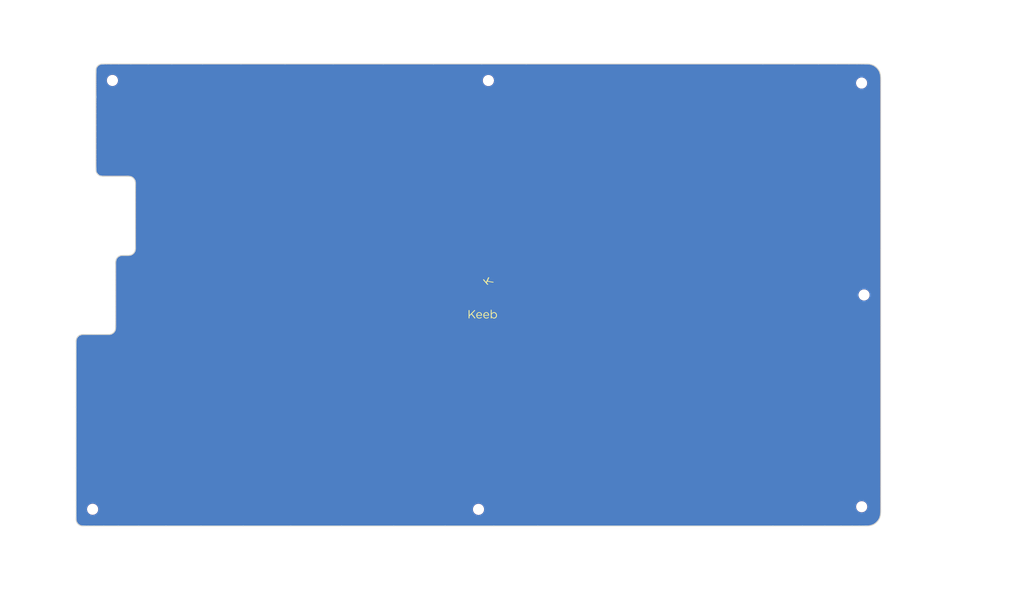
<source format=kicad_pcb>
(kicad_pcb (version 20221018) (generator pcbnew)
  (layers (0 "F.Cu" signal) (31 "B.Cu" signal) (34 "B.Paste" user) (35 "F.Paste" user) (36 "B.SilkS" user "B.Silkscreen") (37 "F.SilkS" user "F.Silkscreen") (38 "B.Mask" user) (39 "F.Mask" user) (44 "Edge.Cuts" user))
  (net 0 "")
  (footprint "Keebio-Art:Keebio-TwoTone" (layer "F.Cu") (at 123.143526 72.990229)
    (fp_text reference "G***" hide)
    (fp_text value "LOGO" hide)
  )
  (footprint "Mounting_Holes:MountingHole_2.2mm_M2" (layer "B.Cu") (at 123.143526 21.360229 180)
    (fp_text reference "REF**" hide)
    (fp_text value "MountingHole_2.2mm_M2" hide)
    (pad "" np_thru_hole circle (at 0 0 180) (size 2.2 2.2) (drill 2.2) (layers "*.Cu" "*.Mask"))
  )
  (footprint "Mounting_Holes:MountingHole_2.2mm_M2" (layer "B.Cu") (at 213.006026 21.970229 180)
    (fp_text reference "REF**" hide)
    (fp_text value "MountingHole_2.2mm_M2" hide)
    (pad "" np_thru_hole circle (at 0 0 180) (size 2.2 2.2) (drill 2.2) (layers "*.Cu" "*.Mask"))
  )
  (footprint "Mounting_Holes:MountingHole_2.2mm_M2" (layer "B.Cu") (at 32.621026 21.340229 180)
    (fp_text reference "REF**" hide)
    (fp_text value "MountingHole_2.2mm_M2" hide)
    (pad "" np_thru_hole circle (at 0 0 180) (size 2.2 2.2) (drill 2.2) (layers "*.Cu" "*.Mask"))
  )
  (footprint "Mounting_Holes:MountingHole_2.2mm_M2" (layer "B.Cu") (at 27.851026 124.590229 180)
    (fp_text reference "REF**" hide)
    (fp_text value "MountingHole_2.2mm_M2" hide)
    (pad "" np_thru_hole circle (at 0 0 180) (size 2.2 2.2) (drill 2.2) (layers "*.Cu" "*.Mask"))
  )
  (footprint "Mounting_Holes:MountingHole_2.2mm_M2" (layer "B.Cu") (at 120.763526 124.610229 180)
    (fp_text reference "REF**" hide)
    (fp_text value "MountingHole_2.2mm_M2" hide)
    (pad "" np_thru_hole circle (at 0 0 180) (size 2.2 2.2) (drill 2.2) (layers "*.Cu" "*.Mask"))
  )
  (footprint "Mounting_Holes:MountingHole_2.2mm_M2" (layer "B.Cu") (at 213.026026 123.980229 180)
    (fp_text reference "REF**" hide)
    (fp_text value "MountingHole_2.2mm_M2" hide)
    (pad "" np_thru_hole circle (at 0 0 180) (size 2.2 2.2) (drill 2.2) (layers "*.Cu" "*.Mask"))
  )
  (footprint "Mounting_Holes:MountingHole_2.2mm_M2" (layer "B.Cu") (at 213.596026 72.990229 180)
    (fp_text reference "REF**" hide)
    (fp_text value "MountingHole_2.2mm_M2" hide)
    (pad "" np_thru_hole circle (at 0 0 180) (size 2.2 2.2) (drill 2.2) (layers "*.Cu" "*.Mask"))
  )
  (gr_line (start 217.319714 126.727185) (end 217.202476 126.963714) (stroke (width 0.2)) (layer "Edge.Cuts"))
  (gr_line (start 33.494656 64.520758) (end 33.541127 64.399871) (stroke (width 0.2)) (layer "Edge.Cuts"))
  (gr_line (start 34.973531 63.465819) (end 35.069879 63.461712) (stroke (width 0.2)) (layer "Edge.Cuts"))
  (gr_line (start 31.183901 82.510229) (end 31.301614 82.510229) (stroke (width 0.2)) (layer "Edge.Cuts"))
  (gr_line (start 24.831551 128.47397) (end 24.712762 128.417286) (stroke (width 0.2)) (layer "Edge.Cuts"))
  (gr_line (start 36.243004 63.460229) (end 36.290492 63.460229) (stroke (width 0.2)) (layer "Edge.Cuts"))
  (gr_line (start 25.60338 82.510593) (end 25.678794 82.51023) (stroke (width 0.2)) (layer "Edge.Cuts"))
  (gr_line (start 32.745608 82.195211) (end 32.851325 82.10913) (stroke (width 0.2)) (layer "Edge.Cuts"))
  (gr_line (start 37.974301 45.268219) (end 37.907299 45.152685) (stroke (width 0.2)) (layer "Edge.Cuts"))
  (gr_line (start 33.393 80.881722) (end 33.395496 80.791159) (stroke (width 0.2)) (layer "Edge.Cuts"))
  (gr_line (start 29.014754 17.927496) (end 29.107792 17.827172) (stroke (width 0.2)) (layer "Edge.Cuts"))
  (gr_line (start 38.07205 45.508757) (end 38.029232 45.387451) (stroke (width 0.2)) (layer "Edge.Cuts"))
  (gr_line (start 37.078986 63.36782) (end 37.20011 63.323195) (stroke (width 0.2)) (layer "Edge.Cuts"))
  (gr_line (start 33.396033 80.566788) (end 33.396033 80.541725) (stroke (width 0.2)) (layer "Edge.Cuts"))
  (gr_line (start 33.396033 80.650804) (end 33.396033 80.602518) (stroke (width 0.2)) (layer "Edge.Cuts"))
  (gr_line (start 33.405059 64.987498) (end 33.416081 64.877832) (stroke (width 0.2)) (layer "Edge.Cuts"))
  (gr_line (start 25.191445 82.54462) (end 25.306473 82.528161) (stroke (width 0.2)) (layer "Edge.Cuts"))
  (gr_line (start 37.647017 63.028915) (end 37.743139 62.931434) (stroke (width 0.2)) (layer "Edge.Cuts"))
  (gr_line (start 23.871491 84.256308) (end 23.873174 84.169739) (stroke (width 0.2)) (layer "Edge.Cuts"))
  (gr_line (start 24.712762 128.417286) (end 24.597844 128.348677) (stroke (width 0.2)) (layer "Edge.Cuts"))
  (gr_line (start 37.743139 62.931434) (end 37.83067 62.826739) (stroke (width 0.2)) (layer "Edge.Cuts"))
  (gr_line (start 112.720084 128.610215) (end 100.343212 128.610215) (stroke (width 0.2)) (layer "Edge.Cuts"))
  (gr_line (start 217.60826 33.026879) (end 217.60826 38.472239) (stroke (width 0.2)) (layer "Edge.Cuts"))
  (gr_line (start 38.158512 53.250665) (end 38.158512 51.9287) (stroke (width 0.2)) (layer "Edge.Cuts"))
  (gr_line (start 30.640731 44.410229) (end 30.575684 44.410229) (stroke (width 0.2)) (layer "Edge.Cuts"))
  (gr_line (start 35.841026 44.410229) (end 35.643743 44.410229) (stroke (width 0.2)) (layer "Edge.Cuts"))
  (gr_line (start 31.022946 82.510229) (end 31.183901 82.510229) (stroke (width 0.2)) (layer "Edge.Cuts"))
  (gr_line (start 38.158512 58.28491) (end 38.158512 57.167447) (stroke (width 0.2)) (layer "Edge.Cuts"))
  (gr_line (start 32.51778 82.336349) (end 32.634035 82.271343) (stroke (width 0.2)) (layer "Edge.Cuts"))
  (gr_line (start 30.209186 44.404546) (end 30.10319 44.396072) (stroke (width 0.2)) (layer "Edge.Cuts"))
  (gr_line (start 33.940742 63.861329) (end 34.046458 63.775247) (stroke (width 0.2)) (layer "Edge.Cuts"))
  (gr_line (start 34.158032 63.699116) (end 34.274287 63.63411) (stroke (width 0.2)) (layer "Edge.Cuts"))
  (gr_line (start 32.271171 44.410229) (end 31.853149 44.410229) (stroke (width 0.2)) (layer "Edge.Cuts"))
  (gr_line (start 35.686919 63.460229) (end 35.754308 63.460229) (stroke (width 0.2)) (layer "Edge.Cuts"))
  (gr_line (start 28.633275 21.763597) (end 28.633275 21.252998) (stroke (width 0.2)) (layer "Edge.Cuts"))
  (gr_line (start 28.633275 25.758929) (end 28.633275 25.542096) (stroke (width 0.2)) (layer "Edge.Cuts"))
  (gr_line (start 217.412282 126.485359) (end 217.319714 126.727185) (stroke (width 0.2)) (layer "Edge.Cuts"))
  (gr_line (start 28.633275 26.102548) (end 28.633275 25.758929) (stroke (width 0.2)) (layer "Edge.Cuts"))
  (gr_line (start 217.608116 20.898723) (end 217.60826 21.036809) (stroke (width 0.2)) (layer "Edge.Cuts"))
  (gr_line (start 23.871503 126.865389) (end 23.87127 126.792252) (stroke (width 0.2)) (layer "Edge.Cuts"))
  (gr_line (start 30.8074 82.510229) (end 31.022946 82.510229) (stroke (width 0.2)) (layer "Edge.Cuts"))
  (gr_line (start 23.87127 126.792252) (end 23.87127 126.721063) (stroke (width 0.2)) (layer "Edge.Cuts"))
  (gr_line (start 191.667256 128.610215) (end 135.049016 128.610215) (stroke (width 0.2)) (layer "Edge.Cuts"))
  (gr_line (start 27.823337 82.510229) (end 28.305413 82.510229) (stroke (width 0.2)) (layer "Edge.Cuts"))
  (gr_line (start 28.930748 18.034594) (end 29.014754 17.927496) (stroke (width 0.2)) (layer "Edge.Cuts"))
  (gr_line (start 217.60826 62.013002) (end 217.60826 71.17637) (stroke (width 0.2)) (layer "Edge.Cuts"))
  (gr_line (start 28.633275 22.297147) (end 28.633275 21.763597) (stroke (width 0.2)) (layer "Edge.Cuts"))
  (gr_line (start 23.87127 84.533967) (end 23.87127 84.40078) (stroke (width 0.2)) (layer "Edge.Cuts"))
  (gr_line (start 23.925596 127.390515) (end 23.90261 127.271727) (stroke (width 0.2)) (layer "Edge.Cuts"))
  (gr_line (start 28.633275 25.328146) (end 28.633275 25.276556) (stroke (width 0.2)) (layer "Edge.Cuts"))
  (gr_line (start 38.104611 62.23865) (end 38.127466 62.119917) (stroke (width 0.2)) (layer "Edge.Cuts"))
  (gr_line (start 213.337991 128.610215) (end 212.400804 128.610215) (stroke (width 0.2)) (layer "Edge.Cuts"))
  (gr_line (start 217.60826 21.602283) (end 217.60826 22.382027) (stroke (width 0.2)) (layer "Edge.Cuts"))
  (gr_line (start 33.396571 65.179299) (end 33.399066 65.088737) (stroke (width 0.2)) (layer "Edge.Cuts"))
  (gr_line (start 28.633275 30.629954) (end 28.633275 29.314708) (stroke (width 0.2)) (layer "Edge.Cuts"))
  (gr_line (start 100.343212 128.610215) (end 87.797689 128.610215) (stroke (width 0.2)) (layer "Edge.Cuts"))
  (gr_line (start 36.006526 63.460229) (end 36.052303 63.460229) (stroke (width 0.2)) (layer "Edge.Cuts"))
  (gr_line (start 28.633275 42.476489) (end 28.633275 42.366865) (stroke (width 0.2)) (layer "Edge.Cuts"))
  (gr_line (start 29.393491 44.170236) (end 29.282 44.09394) (stroke (width 0.2)) (layer "Edge.Cuts"))
  (gr_line (start 23.873174 84.169739) (end 23.87785 84.071756) (stroke (width 0.2)) (layer "Edge.Cuts"))
  (gr_line (start 217.60826 124.877975) (end 217.608251 125.014604) (stroke (width 0.2)) (layer "Edge.Cuts"))
  (gr_line (start 26.040565 82.510229) (end 26.18608 82.510229) (stroke (width 0.2)) (layer "Edge.Cuts"))
  (gr_line (start 38.029232 45.387451) (end 37.974301 45.268219) (stroke (width 0.2)) (layer "Edge.Cuts"))
  (gr_line (start 28.634279 19.053654) (end 28.637653 18.959688) (stroke (width 0.2)) (layer "Edge.Cuts"))
  (gr_line (start 25.414971 82.518026) (end 25.514689 82.512681) (stroke (width 0.2)) (layer "Edge.Cuts"))
  (gr_line (start 217.53366 126.003006) (end 217.482576 126.242467) (stroke (width 0.2)) (layer "Edge.Cuts"))
  (gr_line (start 23.90261 127.271727) (end 23.887241 127.157572) (stroke (width 0.2)) (layer "Edge.Cuts"))
  (gr_line (start 26.972532 82.510229) (end 27.372738 82.510229) (stroke (width 0.2)) (layer "Edge.Cuts"))
  (gr_line (start 215.762628 17.665444) (end 215.998044 17.786507) (stroke (width 0.2)) (layer "Edge.Cuts"))
  (gr_line (start 36.426402 63.459866) (end 36.515093 63.457778) (stroke (width 0.2)) (layer "Edge.Cuts"))
  (gr_line (start 33.599938 64.281661) (end 33.670479 64.167527) (stroke (width 0.2)) (layer "Edge.Cuts"))
  (gr_line (start 217.60826 38.472239) (end 217.60826 45.30743) (stroke (width 0.2)) (layer "Edge.Cuts"))
  (gr_line (start 217.556678 20.109751) (end 217.583286 20.334245) (stroke (width 0.2)) (layer "Edge.Cuts"))
  (gr_line (start 38.158512 51.9287) (end 38.158512 50.684429) (stroke (width 0.2)) (layer "Edge.Cuts"))
  (gr_line (start 38.158512 46.482159) (end 38.158512 46.366354) (stroke (width 0.2)) (layer "Edge.Cuts"))
  (gr_line (start 217.60826 21.214055) (end 217.60826 21.602283) (stroke (width 0.2)) (layer "Edge.Cuts"))
  (gr_line (start 28.642172 42.881308) (end 28.636246 42.780219) (stroke (width 0.2)) (layer "Edge.Cuts"))
  (gr_line (start 24.200408 127.978409) (end 24.122483 127.867759) (stroke (width 0.2)) (layer "Edge.Cuts"))
  (gr_line (start 202.619438 17.360222) (end 206.919113 17.360222) (stroke (width 0.2)) (layer "Edge.Cuts"))
  (gr_line (start 33.716479 44.410229) (end 33.221753 44.410229) (stroke (width 0.2)) (layer "Edge.Cuts"))
  (gr_line (start 33.121587 81.802932) (end 33.192129 81.688798) (stroke (width 0.2)) (layer "Edge.Cuts"))
  (gr_line (start 217.60826 45.30743) (end 217.60826 53.272186) (stroke (width 0.2)) (layer "Edge.Cuts"))
  (gr_line (start 23.877955 127.050298) (end 23.87322 126.952154) (stroke (width 0.2)) (layer "Edge.Cuts"))
  (gr_line (start 36.425116 44.410578) (end 36.349927 44.41023) (stroke (width 0.2)) (layer "Edge.Cuts"))
  (gr_line (start 214.093843 128.609941) (end 213.951963 128.610215) (stroke (width 0.2)) (layer "Edge.Cuts"))
  (gr_line (start 33.396033 80.510312) (end 33.396033 80.51003) (stroke (width 0.2)) (layer "Edge.Cuts"))
  (gr_line (start 37.645453 44.840084) (end 37.541808 44.751134) (stroke (width 0.2)) (layer "Edge.Cuts"))
  (gr_line (start 29.282 44.09394) (end 29.176384 44.007712) (stroke (width 0.2)) (layer "Edge.Cuts"))
  (gr_line (start 30.170171 82.510229) (end 30.525915 82.510229) (stroke (width 0.2)) (layer "Edge.Cuts"))
  (gr_line (start 34.51546 63.54045) (end 34.636382 63.509996) (stroke (width 0.2)) (layer "Edge.Cuts"))
  (gr_line (start 38.158512 60.51471) (end 38.158512 59.958307) (stroke (width 0.2)) (layer "Edge.Cuts"))
  (gr_line (start 215.998044 17.786507) (end 216.224977 17.930701) (stroke (width 0.2)) (layer "Edge.Cuts"))
  (gr_line (start 24.384329 128.18036) (end 24.288082 128.083001) (stroke (width 0.2)) (layer "Edge.Cuts"))
  (gr_line (start 33.396033 66.761192) (end 33.396033 66.257522) (stroke (width 0.2)) (layer "Edge.Cuts"))
  (gr_line (start 23.87127 93.392682) (end 23.87127 90.769019) (stroke (width 0.2)) (layer "Edge.Cuts"))
  (gr_line (start 31.498505 44.410229) (end 31.218113 44.410229) (stroke (width 0.2)) (layer "Edge.Cuts"))
  (gr_line (start 35.623019 63.460229) (end 35.686919 63.460229) (stroke (width 0.2)) (layer "Edge.Cuts"))
  (gr_line (start 217.457573 19.633251) (end 217.515796 19.874587) (stroke (width 0.2)) (layer "Edge.Cuts"))
  (gr_line (start 33.387008 80.98296) (end 33.393 80.881722) (stroke (width 0.2)) (layer "Edge.Cuts"))
  (gr_line (start 29.989962 44.381754) (end 29.871749 44.360059) (stroke (width 0.2)) (layer "Edge.Cuts"))
  (gr_line (start 34.13419 17.360222) (end 37.050914 17.360222) (stroke (width 0.2)) (layer "Edge.Cuts"))
  (gr_line (start 29.429351 17.578596) (end 29.54677 17.517119) (stroke (width 0.2)) (layer "Edge.Cuts"))
  (gr_line (start 25.072137 82.568935) (end 25.191445 82.54462) (stroke (width 0.2)) (layer "Edge.Cuts"))
  (gr_line (start 36.614812 63.452433) (end 36.723309 63.442297) (stroke (width 0.2)) (layer "Edge.Cuts"))
  (gr_line (start 35.359979 63.460229) (end 35.38956 63.460229) (stroke (width 0.2)) (layer "Edge.Cuts"))
  (gr_line (start 38.158512 47.348328) (end 38.158512 46.945491) (stroke (width 0.2)) (layer "Edge.Cuts"))
  (gr_line (start 121.53863 17.360222) (end 132.259612 17.360222) (stroke (width 0.2)) (layer "Edge.Cuts"))
  (gr_line (start 198.765779 128.610215) (end 191.667256 128.610215) (stroke (width 0.2)) (layer "Edge.Cuts"))
  (gr_line (start 38.158512 48.63462) (end 38.158512 47.902153) (stroke (width 0.2)) (layer "Edge.Cuts"))
  (gr_line (start 97.833915 17.360222) (end 109.908927 17.360222) (stroke (width 0.2)) (layer "Edge.Cuts"))
  (gr_line (start 23.925171 83.731809) (end 23.957152 83.610658) (stroke (width 0.2)) (layer "Edge.Cuts"))
  (gr_line (start 33.396033 79.849222) (end 33.396033 79.405878) (stroke (width 0.2)) (layer "Edge.Cuts"))
  (gr_line (start 53.946379 128.610215) (end 45.511028 128.610215) (stroke (width 0.2)) (layer "Edge.Cuts"))
  (gr_line (start 33.396033 65.389743) (end 33.396033 65.321249) (stroke (width 0.2)) (layer "Edge.Cuts"))
  (gr_line (start 31.173278 17.360222) (end 32.252843 17.360222) (stroke (width 0.2)) (layer "Edge.Cuts"))
  (gr_line (start 215.521375 17.569118) (end 215.762628 17.665444) (stroke (width 0.2)) (layer "Edge.Cuts"))
  (gr_line (start 217.276864 19.150042) (end 217.378943 19.39024) (stroke (width 0.2)) (layer "Edge.Cuts"))
  (gr_line (start 216.224977 17.930701) (end 216.441078 18.095678) (stroke (width 0.2)) (layer "Edge.Cuts"))
  (gr_line (start 28.633275 32.073352) (end 28.633275 30.629954) (stroke (width 0.2)) (layer "Edge.Cuts"))
  (gr_line (start 38.158512 61.200913) (end 38.158512 60.919694) (stroke (width 0.2)) (layer "Edge.Cuts"))
  (gr_line (start 214.26341 128.607172) (end 214.093843 128.609941) (stroke (width 0.2)) (layer "Edge.Cuts"))
  (gr_line (start 37.829374 45.042035) (end 37.7417 44.937443) (stroke (width 0.2)) (layer "Edge.Cuts"))
  (gr_line (start 28.74446 18.384702) (end 28.794534 18.264415) (stroke (width 0.2)) (layer "Edge.Cuts"))
  (gr_line (start 28.657789 18.743977) (end 28.677618 18.626731) (stroke (width 0.2)) (layer "Edge.Cuts"))
  (gr_line (start 33.395496 80.791159) (end 33.396028 80.713523) (stroke (width 0.2)) (layer "Edge.Cuts"))
  (gr_line (start 33.396033 75.839483) (end 33.396033 74.564039) (stroke (width 0.2)) (layer "Edge.Cuts"))
  (gr_line (start 23.87127 84.40078) (end 23.87127 84.329215) (stroke (width 0.2)) (layer "Edge.Cuts"))
  (gr_line (start 28.794534 18.264415) (end 28.85695 18.147292) (stroke (width 0.2)) (layer "Edge.Cuts"))
  (gr_line (start 30.843284 44.410229) (end 30.726148 44.410229) (stroke (width 0.2)) (layer "Edge.Cuts"))
  (gr_line (start 33.842056 63.956186) (end 33.940742 63.861329) (stroke (width 0.2)) (layer "Edge.Cuts"))
  (gr_line (start 33.33272 81.328246) (end 33.3584 81.208471) (stroke (width 0.2)) (layer "Edge.Cuts"))
  (gr_line (start 33.396033 65.489963) (end 33.396033 65.389743) (stroke (width 0.2)) (layer "Edge.Cuts"))
  (gr_line (start 30.519658 44.410229) (end 30.461302 44.410229) (stroke (width 0.2)) (layer "Edge.Cuts"))
  (gr_line (start 34.636382 63.509996) (end 34.754534 63.488428) (stroke (width 0.2)) (layer "Edge.Cuts"))
  (gr_line (start 25.308224 128.592486) (end 25.193281 128.576138) (stroke (width 0.2)) (layer "Edge.Cuts"))
  (gr_line (start 23.87127 96.518606) (end 23.87127 93.392682) (stroke (width 0.2)) (layer "Edge.Cuts"))
  (gr_line (start 33.396033 67.434863) (end 33.396033 66.761192) (stroke (width 0.2)) (layer "Edge.Cuts"))
  (gr_line (start 217.60826 23.733823) (end 217.60826 25.838207) (stroke (width 0.2)) (layer "Edge.Cuts"))
  (gr_line (start 213.653035 17.360222) (end 213.897759 17.360222) (stroke (width 0.2)) (layer "Edge.Cuts"))
  (gr_line (start 28.633275 19.390879) (end 28.633275 19.318573) (stroke (width 0.2)) (layer "Edge.Cuts"))
  (gr_line (start 29.509682 44.235425) (end 29.393491 44.170236) (stroke (width 0.2)) (layer "Edge.Cuts"))
  (gr_line (start 33.670479 64.167527) (end 33.751577 64.058644) (stroke (width 0.2)) (layer "Edge.Cuts"))
  (gr_line (start 35.516118 63.460229) (end 35.565216 63.460229) (stroke (width 0.2)) (layer "Edge.Cuts"))
  (gr_line (start 23.87127 126.721063) (end 23.87127 126.589408) (stroke (width 0.2)) (layer "Edge.Cuts"))
  (gr_line (start 33.396033 80.453833) (end 33.396033 80.347435) (stroke (width 0.2)) (layer "Edge.Cuts"))
  (gr_line (start 214.194133 17.361691) (end 214.378531 17.367481) (stroke (width 0.2)) (layer "Edge.Cuts"))
  (gr_line (start 28.633275 25.542096) (end 28.633275 25.42286) (stroke (width 0.2)) (layer "Edge.Cuts"))
  (gr_line (start 35.225037 63.460229) (end 35.280914 63.460229) (stroke (width 0.2)) (layer "Edge.Cuts"))
  (gr_line (start 36.17198 44.410229) (end 36.093796 44.410229) (stroke (width 0.2)) (layer "Edge.Cuts"))
  (gr_line (start 24.487974 128.26931) (end 24.384329 128.18036) (stroke (width 0.2)) (layer "Edge.Cuts"))
  (gr_line (start 30.3057 44.408708) (end 30.209186 44.404546) (stroke (width 0.2)) (layer "Edge.Cuts"))
  (gr_line (start 28.633275 33.586529) (end 28.633275 32.073352) (stroke (width 0.2)) (layer "Edge.Cuts"))
  (gr_line (start 213.951963 128.610215) (end 213.773831 128.610215) (stroke (width 0.2)) (layer "Edge.Cuts"))
  (gr_line (start 28.633275 25.276556) (end 28.633275 25.187412) (stroke (width 0.2)) (layer "Edge.Cuts"))
  (gr_line (start 24.829672 82.647264) (end 24.950796 82.602638) (stroke (width 0.2)) (layer "Edge.Cuts"))
  (gr_line (start 26.382463 82.510229) (end 26.641061 82.510229) (stroke (width 0.2)) (layer "Edge.Cuts"))
  (gr_line (start 29.90909 17.402728) (end 30.025987 17.383503) (stroke (width 0.2)) (layer "Edge.Cuts"))
  (gr_line (start 30.025987 17.383503) (end 30.137197 17.371176) (stroke (width 0.2)) (layer "Edge.Cuts"))
  (gr_line (start 217.60826 25.838207) (end 217.60826 28.875714) (stroke (width 0.2)) (layer "Edge.Cuts"))
  (gr_line (start 36.957645 63.401524) (end 37.078986 63.36782) (stroke (width 0.2)) (layer "Edge.Cuts"))
  (gr_line (start 33.25094 81.570588) (end 33.297411 81.449701) (stroke (width 0.2)) (layer "Edge.Cuts"))
  (gr_line (start 38.158512 46.945491) (end 38.158512 46.665986) (stroke (width 0.2)) (layer "Edge.Cuts"))
  (gr_line (start 24.596085 82.772928) (end 24.710934 82.704141) (stroke (width 0.2)) (layer "Edge.Cuts"))
  (gr_line (start 217.000893 18.691798) (end 217.150169 18.916404) (stroke (width 0.2)) (layer "Edge.Cuts"))
  (gr_line (start 217.60826 28.875714) (end 217.60826 33.026879) (stroke (width 0.2)) (layer "Edge.Cuts"))
  (gr_line (start 33.396033 78.798691) (end 33.396033 78.001896) (stroke (width 0.2)) (layer "Edge.Cuts"))
  (gr_line (start 38.158291 61.71415) (end 38.158512 61.641244) (stroke (width 0.2)) (layer "Edge.Cuts"))
  (gr_line (start 29.54677 17.517119) (end 29.667233 17.468004) (stroke (width 0.2)) (layer "Edge.Cuts"))
  (gr_line (start 36.174274 63.460229) (end 36.20533 63.460229) (stroke (width 0.2)) (layer "Edge.Cuts"))
  (gr_line (start 64.119557 128.610215) (end 53.946379 128.610215) (stroke (width 0.2)) (layer "Edge.Cuts"))
  (gr_line (start 28.633275 23.83007) (end 28.633275 23.350926) (stroke (width 0.2)) (layer "Edge.Cuts"))
  (gr_line (start 37.908433 62.716003) (end 37.975255 62.600402) (stroke (width 0.2)) (layer "Edge.Cuts"))
  (gr_line (start 37.198231 44.546475) (end 37.077086 44.502032) (stroke (width 0.2)) (layer "Edge.Cuts"))
  (gr_line (start 38.158512 59.958307) (end 38.158512 59.222829) (stroke (width 0.2)) (layer "Edge.Cuts"))
  (gr_line (start 38.158512 54.598797) (end 38.158512 53.250665) (stroke (width 0.2)) (layer "Edge.Cuts"))
  (gr_line (start 217.60826 71.17637) (end 217.60826 80.408783) (stroke (width 0.2)) (layer "Edge.Cuts"))
  (gr_line (start 28.633275 20.785891) (end 28.633275 20.38282) (stroke (width 0.2)) (layer "Edge.Cuts"))
  (gr_line (start 37.431938 44.671767) (end 37.31702 44.603158) (stroke (width 0.2)) (layer "Edge.Cuts"))
  (gr_line (start 28.636246 42.780219) (end 28.633793 42.689841) (stroke (width 0.2)) (layer "Edge.Cuts"))
  (gr_line (start 24.952696 128.518413) (end 24.831551 128.47397) (stroke (width 0.2)) (layer "Edge.Cuts"))
  (gr_line (start 25.604666 128.609866) (end 25.516166 128.607817) (stroke (width 0.2)) (layer "Edge.Cuts"))
  (gr_line (start 31.722187 82.508747) (end 31.818535 82.50464) (stroke (width 0.2)) (layer "Edge.Cuts"))
  (gr_line (start 35.822573 63.460229) (end 35.889105 63.460229) (stroke (width 0.2)) (layer "Edge.Cuts"))
  (gr_line (start 33.396033 77.002611) (end 33.396033 75.839483) (stroke (width 0.2)) (layer "Edge.Cuts"))
  (gr_line (start 38.158512 61.578533) (end 38.158512 61.502678) (stroke (width 0.2)) (layer "Edge.Cuts"))
  (gr_line (start 23.87127 125.84885) (end 23.87127 125.092024) (stroke (width 0.2)) (layer "Edge.Cuts"))
  (gr_line (start 32.950011 82.014273) (end 33.04049 81.911815) (stroke (width 0.2)) (layer "Edge.Cuts"))
  (gr_line (start 33.396033 74.564039) (end 33.396033 73.227808) (stroke (width 0.2)) (layer "Edge.Cuts"))
  (gr_line (start 23.87127 84.329215) (end 23.871491 84.256308) (stroke (width 0.2)) (layer "Edge.Cuts"))
  (gr_line (start 28.63328 42.612424) (end 28.633275 42.548017) (stroke (width 0.2)) (layer "Edge.Cuts"))
  (gr_line (start 23.999791 83.489336) (end 24.054527 83.370057) (stroke (width 0.2)) (layer "Edge.Cuts"))
  (gr_line (start 36.513616 44.412627) (end 36.425116 44.410578) (stroke (width 0.2)) (layer "Edge.Cuts"))
  (gr_line (start 23.87127 90.769019) (end 23.87127 88.7129) (stroke (width 0.2)) (layer "Edge.Cuts"))
  (gr_line (start 29.316265 17.651547) (end 29.429351 17.578596) (stroke (width 0.2)) (layer "Edge.Cuts"))
  (gr_line (start 216.31081 127.977636) (end 216.087829 128.130228) (stroke (width 0.2)) (layer "Edge.Cuts"))
  (gr_line (start 23.87785 84.071756) (end 23.887053 83.964607) (stroke (width 0.2)) (layer "Edge.Cuts"))
  (gr_line (start 25.740201 82.510229) (end 25.795735 82.510229) (stroke (width 0.2)) (layer "Edge.Cuts"))
  (gr_line (start 38.158512 46.665986) (end 38.158512 46.482159) (stroke (width 0.2)) (layer "Edge.Cuts"))
  (gr_line (start 35.416768 63.460229) (end 35.4448 63.460229) (stroke (width 0.2)) (layer "Edge.Cuts"))
  (gr_line (start 25.768212 128.610215) (end 25.679855 128.610214) (stroke (width 0.2)) (layer "Edge.Cuts"))
  (gr_line (start 28.633275 20.059837) (end 28.633275 19.811313) (stroke (width 0.2)) (layer "Edge.Cuts"))
  (gr_line (start 217.60826 89.356732) (end 217.60826 97.666711) (stroke (width 0.2)) (layer "Edge.Cuts"))
  (gr_line (start 217.598684 20.54357) (end 217.605939 20.733228) (stroke (width 0.2)) (layer "Edge.Cuts"))
  (gr_line (start 214.583651 17.380695) (end 214.804993 17.404401) (stroke (width 0.2)) (layer "Edge.Cuts"))
  (gr_line (start 33.297411 81.449701) (end 33.33272 81.328246) (stroke (width 0.2)) (layer "Edge.Cuts"))
  (gr_line (start 38.158512 61.386023) (end 38.158512 61.200913) (stroke (width 0.2)) (layer "Edge.Cuts"))
  (gr_line (start 210.718628 128.610215) (end 208.047825 128.610215) (stroke (width 0.2)) (layer "Edge.Cuts"))
  (gr_line (start 36.290492 63.460229) (end 36.350988 63.460229) (stroke (width 0.2)) (layer "Edge.Cuts"))
  (gr_line (start 217.061741 127.192127) (end 216.899858 127.410076) (stroke (width 0.2)) (layer "Edge.Cuts"))
  (gr_line (start 217.378943 19.39024) (end 217.457573 19.633251) (stroke (width 0.2)) (layer "Edge.Cuts"))
  (gr_line (start 30.575684 44.410229) (end 30.519658 44.410229) (stroke (width 0.2)) (layer "Edge.Cuts"))
  (gr_line (start 33.396033 80.541725) (end 33.396033 80.525437) (stroke (width 0.2)) (layer "Edge.Cuts"))
  (gr_line (start 28.677618 18.626731) (end 28.705997 18.506223) (stroke (width 0.2)) (layer "Edge.Cuts"))
  (gr_line (start 30.461302 44.410229) (end 30.390484 44.410092) (stroke (width 0.2)) (layer "Edge.Cuts"))
  (gr_line (start 54.349001 17.360222) (end 63.571136 17.360222) (stroke (width 0.2)) (layer "Edge.Cuts"))
  (gr_line (start 41.236614 17.360222) (end 46.924885 17.360222) (stroke (width 0.2)) (layer "Edge.Cuts"))
  (gr_line (start 23.87127 87.162174) (end 23.87127 86.04288) (stroke (width 0.2)) (layer "Edge.Cuts"))
  (gr_line (start 215.038059 17.441662) (end 215.278352 17.495546) (stroke (width 0.2)) (layer "Edge.Cuts"))
  (gr_line (start 23.887241 127.157572) (end 23.877955 127.050298) (stroke (width 0.2)) (layer "Edge.Cuts"))
  (gr_line (start 30.240471 17.364214) (end 30.333561 17.361085) (stroke (width 0.2)) (layer "Edge.Cuts"))
  (gr_line (start 217.605939 20.733228) (end 217.608116 20.898723) (stroke (width 0.2)) (layer "Edge.Cuts"))
  (gr_line (start 24.054527 83.370057) (end 24.121349 83.254456) (stroke (width 0.2)) (layer "Edge.Cuts"))
  (gr_line (start 38.158512 61.641244) (end 38.158512 61.578533) (stroke (width 0.2)) (layer "Edge.Cuts"))
  (gr_line (start 34.650212 44.410229) (end 34.198938 44.410229) (stroke (width 0.2)) (layer "Edge.Cuts"))
  (gr_line (start 124.44859 128.610215) (end 112.720084 128.610215) (stroke (width 0.2)) (layer "Edge.Cuts"))
  (gr_line (start 29.750802 44.329454) (end 29.629369 44.288406) (stroke (width 0.2)) (layer "Edge.Cuts"))
  (gr_line (start 36.08885 63.460229) (end 36.11923 63.460229) (stroke (width 0.2)) (layer "Edge.Cuts"))
  (gr_line (start 28.633275 25.359746) (end 28.633275 25.352452) (stroke (width 0.2)) (layer "Edge.Cuts"))
  (gr_line (start 33.396033 66.257522) (end 33.396033 65.896197) (stroke (width 0.2)) (layer "Edge.Cuts"))
  (gr_line (start 34.037746 128.610215) (end 30.534345 128.610215) (stroke (width 0.2)) (layer "Edge.Cuts"))
  (gr_line (start 35.754308 63.460229) (end 35.822573 63.460229) (stroke (width 0.2)) (layer "Edge.Cuts"))
  (gr_line (start 33.192129 81.688798) (end 33.25094 81.570588) (stroke (width 0.2)) (layer "Edge.Cuts"))
  (gr_line (start 206.919113 17.360222) (end 209.936823 17.360222) (stroke (width 0.2)) (layer "Edge.Cuts"))
  (gr_line (start 28.633275 41.498633) (end 28.633275 40.925839) (stroke (width 0.2)) (layer "Edge.Cuts"))
  (gr_line (start 217.60826 124.639802) (end 217.60826 124.877975) (stroke (width 0.2)) (layer "Edge.Cuts"))
  (gr_line (start 26.641061 82.510229) (end 26.972532 82.510229) (stroke (width 0.2)) (layer "Edge.Cuts"))
  (gr_line (start 34.198938 44.410229) (end 33.716479 44.410229) (stroke (width 0.2)) (layer "Edge.Cuts"))
  (gr_line (start 37.7417 44.937443) (end 37.645453 44.840084) (stroke (width 0.2)) (layer "Edge.Cuts"))
  (gr_line (start 217.60826 97.666711) (end 217.60826 104.985212) (stroke (width 0.2)) (layer "Edge.Cuts"))
  (gr_line (start 31.218113 44.410229) (end 31.003489 44.410229) (stroke (width 0.2)) (layer "Edge.Cuts"))
  (gr_line (start 217.60826 115.615681) (end 217.60826 119.066724) (stroke (width 0.2)) (layer "Edge.Cuts"))
  (gr_line (start 38.158512 47.902153) (end 38.158512 47.348328) (stroke (width 0.2)) (layer "Edge.Cuts"))
  (gr_line (start 216.831386 18.478576) (end 217.000893 18.691798) (stroke (width 0.2)) (layer "Edge.Cuts"))
  (gr_line (start 30.661897 17.360222) (end 31.173278 17.360222) (stroke (width 0.2)) (layer "Edge.Cuts"))
  (gr_line (start 35.38406 44.410229) (end 35.051386 44.410229) (stroke (width 0.2)) (layer "Edge.Cuts"))
  (gr_line (start 23.87127 100.003759) (end 23.87127 96.518606) (stroke (width 0.2)) (layer "Edge.Cuts"))
  (gr_line (start 36.723309 63.442297) (end 36.838337 63.425839) (stroke (width 0.2)) (layer "Edge.Cuts"))
  (gr_line (start 216.719175 127.61521) (end 216.522042 127.80518) (stroke (width 0.2)) (layer "Edge.Cuts"))
  (gr_line (start 28.777548 43.468715) (end 28.731264 43.347802) (stroke (width 0.2)) (layer "Edge.Cuts"))
  (gr_line (start 33.396033 65.896197) (end 33.396033 65.649562) (stroke (width 0.2)) (layer "Edge.Cuts"))
  (gr_line (start 23.87127 103.703998) (end 23.87127 100.003759) (stroke (width 0.2)) (layer "Edge.Cuts"))
  (gr_line (start 213.773831 128.610215) (end 213.337991 128.610215) (stroke (width 0.2)) (layer "Edge.Cuts"))
  (gr_line (start 33.396033 68.305576) (end 33.396033 67.434863) (stroke (width 0.2)) (layer "Edge.Cuts"))
  (gr_line (start 217.602318 125.350193) (end 217.590466 125.552372) (stroke (width 0.2)) (layer "Edge.Cuts"))
  (gr_line (start 28.644979 18.855713) (end 28.657789 18.743977) (stroke (width 0.2)) (layer "Edge.Cuts"))
  (gr_line (start 28.633275 22.833104) (end 28.633275 22.297147) (stroke (width 0.2)) (layer "Edge.Cuts"))
  (gr_line (start 28.633275 19.318573) (end 28.633275 19.259916) (stroke (width 0.2)) (layer "Edge.Cuts"))
  (gr_line (start 32.276607 82.430009) (end 32.39805 82.389136) (stroke (width 0.2)) (layer "Edge.Cuts"))
  (gr_line (start 33.396033 78.001896) (end 33.396033 77.002611) (stroke (width 0.2)) (layer "Edge.Cuts"))
  (gr_line (start 28.705997 18.506223) (end 28.74446 18.384702) (stroke (width 0.2)) (layer "Edge.Cuts"))
  (gr_line (start 37.543478 63.118005) (end 37.647017 63.028915) (stroke (width 0.2)) (layer "Edge.Cuts"))
  (gr_line (start 217.60826 80.408783) (end 217.60826 89.356732) (stroke (width 0.2)) (layer "Edge.Cuts"))
  (gr_line (start 35.476851 63.460229) (end 35.516118 63.460229) (stroke (width 0.2)) (layer "Edge.Cuts"))
  (gr_line (start 38.142729 62.005851) (end 38.151932 61.898703) (stroke (width 0.2)) (layer "Edge.Cuts"))
  (gr_line (start 24.122483 127.867759) (end 24.055481 127.752225) (stroke (width 0.2)) (layer "Edge.Cuts"))
  (gr_line (start 189.233461 17.360222) (end 196.80231 17.360222) (stroke (width 0.2)) (layer "Edge.Cuts"))
  (gr_line (start 35.951293 63.460229) (end 36.006526 63.460229) (stroke (width 0.2)) (layer "Edge.Cuts"))
  (gr_line (start 25.516166 128.607817) (end 25.416602 128.602535) (stroke (width 0.2)) (layer "Edge.Cuts"))
  (gr_line (start 28.633275 25.352452) (end 28.633275 25.328146) (stroke (width 0.2)) (layer "Edge.Cuts"))
  (gr_line (start 209.936823 17.360222) (end 211.908055 17.360222) (stroke (width 0.2)) (layer "Edge.Cuts"))
  (gr_line (start 30.726148 44.410229) (end 30.640731 44.410229) (stroke (width 0.2)) (layer "Edge.Cuts"))
  (gr_line (start 38.127466 62.119917) (end 38.142729 62.005851) (stroke (width 0.2)) (layer "Edge.Cuts"))
  (gr_line (start 33.459347 64.642213) (end 33.494656 64.520758) (stroke (width 0.2)) (layer "Edge.Cuts"))
  (gr_line (start 24.199112 83.14372) (end 24.286643 83.039025) (stroke (width 0.2)) (layer "Edge.Cuts"))
  (gr_line (start 37.31702 44.603158) (end 37.198231 44.546475) (stroke (width 0.2)) (layer "Edge.Cuts"))
  (gr_line (start 23.87127 88.7129) (end 23.87127 87.162174) (stroke (width 0.2)) (layer "Edge.Cuts"))
  (gr_line (start 28.633275 35.111106) (end 28.633275 33.586529) (stroke (width 0.2)) (layer "Edge.Cuts"))
  (gr_line (start 28.653104 42.99086) (end 28.642172 42.881308) (stroke (width 0.2)) (layer "Edge.Cuts"))
  (gr_line (start 33.396033 80.516032) (end 33.396033 80.511621) (stroke (width 0.2)) (layer "Edge.Cuts"))
  (gr_line (start 214.66843 128.5819) (end 214.456438 128.598847) (stroke (width 0.2)) (layer "Edge.Cuts"))
  (gr_line (start 29.751344 82.510229) (end 30.170171 82.510229) (stroke (width 0.2)) (layer "Edge.Cuts"))
  (gr_line (start 33.396033 73.227808) (end 33.396033 71.882318) (stroke (width 0.2)) (layer "Edge.Cuts"))
  (gr_line (start 24.055481 127.752225) (end 24.00055 127.632993) (stroke (width 0.2)) (layer "Edge.Cuts"))
  (gr_line (start 38.158512 59.222829) (end 38.158512 58.28491) (stroke (width 0.2)) (layer "Edge.Cuts"))
  (gr_line (start 24.288082 128.083001) (end 24.200408 127.978409) (stroke (width 0.2)) (layer "Edge.Cuts"))
  (gr_line (start 217.515796 19.874587) (end 217.556678 20.109751) (stroke (width 0.2)) (layer "Edge.Cuts"))
  (gr_line (start 216.643998 18.279086) (end 216.831386 18.478576) (stroke (width 0.2)) (layer "Edge.Cuts"))
  (gr_line (start 24.121349 83.254456) (end 24.199112 83.14372) (stroke (width 0.2)) (layer "Edge.Cuts"))
  (gr_line (start 36.233165 44.410229) (end 36.17198 44.410229) (stroke (width 0.2)) (layer "Edge.Cuts"))
  (gr_line (start 32.851325 82.10913) (end 32.950011 82.014273) (stroke (width 0.2)) (layer "Edge.Cuts"))
  (gr_line (start 23.902316 83.850542) (end 23.925171 83.731809) (stroke (width 0.2)) (layer "Edge.Cuts"))
  (gr_line (start 29.629369 44.288406) (end 29.509682 44.235425) (stroke (width 0.2)) (layer "Edge.Cuts"))
  (gr_line (start 34.394017 63.581323) (end 34.51546 63.54045) (stroke (width 0.2)) (layer "Edge.Cuts"))
  (gr_line (start 36.836501 44.444306) (end 36.721558 44.427958) (stroke (width 0.2)) (layer "Edge.Cuts"))
  (gr_line (start 33.399066 65.088737) (end 33.405059 64.987498) (stroke (width 0.2)) (layer "Edge.Cuts"))
  (gr_line (start 30.333561 17.361085) (end 30.414217 17.360254) (stroke (width 0.2)) (layer "Edge.Cuts"))
  (gr_line (start 38.94939 128.610215) (end 34.037746 128.610215) (stroke (width 0.2)) (layer "Edge.Cuts"))
  (gr_line (start 37.907299 45.152685) (end 37.829374 45.042035) (stroke (width 0.2)) (layer "Edge.Cuts"))
  (gr_line (start 23.957732 127.511687) (end 23.925596 127.390515) (stroke (width 0.2)) (layer "Edge.Cuts"))
  (gr_line (start 25.856741 82.510229) (end 25.934568 82.510229) (stroke (width 0.2)) (layer "Edge.Cuts"))
  (gr_line (start 26.785282 128.610215) (end 26.056122 128.610215) (stroke (width 0.2)) (layer "Edge.Cuts"))
  (gr_line (start 132.259612 17.360222) (end 189.233461 17.360222) (stroke (width 0.2)) (layer "Edge.Cuts"))
  (gr_line (start 23.87127 120.387815) (end 23.87127 117.772986) (stroke (width 0.2)) (layer "Edge.Cuts"))
  (gr_line (start 29.107792 17.827172) (end 29.208687 17.734798) (stroke (width 0.2)) (layer "Edge.Cuts"))
  (gr_line (start 216.522042 127.80518) (end 216.31081 127.977636) (stroke (width 0.2)) (layer "Edge.Cuts"))
  (gr_line (start 23.87127 85.281055) (end 23.87127 84.802738) (stroke (width 0.2)) (layer "Edge.Cuts"))
  (gr_line (start 36.093796 44.410229) (end 35.987261 44.410229) (stroke (width 0.2)) (layer "Edge.Cuts"))
  (gr_line (start 34.046458 63.775247) (end 34.158032 63.699116) (stroke (width 0.2)) (layer "Edge.Cuts"))
  (gr_line (start 38.156608 61.800719) (end 38.158291 61.71415) (stroke (width 0.2)) (layer "Edge.Cuts"))
  (gr_line (start 37.318849 63.266318) (end 37.433697 63.197531) (stroke (width 0.2)) (layer "Edge.Cuts"))
  (gr_line (start 28.633275 21.252998) (end 28.633275 20.785891) (stroke (width 0.2)) (layer "Edge.Cuts"))
  (gr_line (start 208.047825 128.610215) (end 204.144755 128.610215) (stroke (width 0.2)) (layer "Edge.Cuts"))
  (gr_line (start 28.633275 40.925839) (end 28.633275 40.159556) (stroke (width 0.2)) (layer "Edge.Cuts"))
  (gr_line (start 28.80005 82.510229) (end 29.288332 82.510229) (stroke (width 0.2)) (layer "Edge.Cuts"))
  (gr_line (start 25.679855 128.610214) (end 25.604666 128.609866) (stroke (width 0.2)) (layer "Edge.Cuts"))
  (gr_line (start 135.049016 128.610215) (end 124.44859 128.610215) (stroke (width 0.2)) (layer "Edge.Cuts"))
  (gr_line (start 29.667233 17.468004) (end 29.788756 17.430384) (stroke (width 0.2)) (layer "Edge.Cuts"))
  (gr_line (start 46.924885 17.360222) (end 54.349001 17.360222) (stroke (width 0.2)) (layer "Edge.Cuts"))
  (gr_line (start 33.396033 69.369674) (end 33.396033 68.305576) (stroke (width 0.2)) (layer "Edge.Cuts"))
  (gr_line (start 35.280914 63.460229) (end 35.324829 63.460229) (stroke (width 0.2)) (layer "Edge.Cuts"))
  (gr_line (start 38.156562 46.06829) (end 38.151827 45.970147) (stroke (width 0.2)) (layer "Edge.Cuts"))
  (gr_line (start 33.396033 65.649562) (end 33.396033 65.489963) (stroke (width 0.2)) (layer "Edge.Cuts"))
  (gr_line (start 30.390484 44.410092) (end 30.3057 44.408708) (stroke (width 0.2)) (layer "Edge.Cuts"))
  (gr_line (start 33.396033 70.579097) (end 33.396033 69.369674) (stroke (width 0.2)) (layer "Edge.Cuts"))
  (gr_line (start 28.633275 20.38282) (end 28.633275 20.059837) (stroke (width 0.2)) (layer "Edge.Cuts"))
  (gr_line (start 33.396033 80.347435) (end 33.396033 80.154486) (stroke (width 0.2)) (layer "Edge.Cuts"))
  (gr_line (start 28.305413 82.510229) (end 28.80005 82.510229) (stroke (width 0.2)) (layer "Edge.Cuts"))
  (gr_line (start 38.029991 62.481122) (end 38.07263 62.359801) (stroke (width 0.2)) (layer "Edge.Cuts"))
  (gr_line (start 33.541127 64.399871) (end 33.599938 64.281661) (stroke (width 0.2)) (layer "Edge.Cuts"))
  (gr_line (start 31.301614 82.510229) (end 31.387433 82.510229) (stroke (width 0.2)) (layer "Edge.Cuts"))
  (gr_line (start 28.633275 36.58871) (end 28.633275 35.111106) (stroke (width 0.2)) (layer "Edge.Cuts"))
  (gr_line (start 63.571136 17.360222) (end 74.201608 17.360222) (stroke (width 0.2)) (layer "Edge.Cuts"))
  (gr_line (start 217.568602 125.771475) (end 217.53366 126.003006) (stroke (width 0.2)) (layer "Edge.Cuts"))
  (gr_line (start 28.633275 42.188067) (end 28.633275 41.909016) (stroke (width 0.2)) (layer "Edge.Cuts"))
  (gr_line (start 33.3584 81.208471) (end 33.375985 81.092626) (stroke (width 0.2)) (layer "Edge.Cuts"))
  (gr_line (start 33.396033 71.882318) (end 33.396033 70.579097) (stroke (width 0.2)) (layer "Edge.Cuts"))
  (gr_line (start 26.056122 128.610215) (end 25.768212 128.610215) (stroke (width 0.2)) (layer "Edge.Cuts"))
  (gr_line (start 28.633275 19.625086) (end 28.633275 19.488996) (stroke (width 0.2)) (layer "Edge.Cuts"))
  (gr_line (start 28.633275 24.249992) (end 28.633275 23.83007) (stroke (width 0.2)) (layer "Edge.Cuts"))
  (gr_line (start 35.643743 44.410229) (end 35.38406 44.410229) (stroke (width 0.2)) (layer "Edge.Cuts"))
  (gr_line (start 23.87127 126.323324) (end 23.87127 125.84885) (stroke (width 0.2)) (layer "Edge.Cuts"))
  (gr_line (start 217.482576 126.242467) (end 217.412282 126.485359) (stroke (width 0.2)) (layer "Edge.Cuts"))
  (gr_line (start 33.396033 80.51003) (end 33.396033 80.499443) (stroke (width 0.2)) (layer "Edge.Cuts"))
  (gr_line (start 33.396033 80.525437) (end 33.396033 80.516032) (stroke (width 0.2)) (layer "Edge.Cuts"))
  (gr_line (start 30.485105 17.360222) (end 30.661897 17.360222) (stroke (width 0.2)) (layer "Edge.Cuts"))
  (gr_line (start 28.633275 42.548017) (end 28.633275 42.476489) (stroke (width 0.2)) (layer "Edge.Cuts"))
  (gr_line (start 34.754534 63.488428) (end 34.867666 63.474214) (stroke (width 0.2)) (layer "Edge.Cuts"))
  (gr_line (start 33.396033 80.511621) (end 33.396033 80.510312) (stroke (width 0.2)) (layer "Edge.Cuts"))
  (gr_line (start 27.372738 82.510229) (end 27.823337 82.510229) (stroke (width 0.2)) (layer "Edge.Cuts"))
  (gr_line (start 214.034952 17.360261) (end 214.194133 17.361691) (stroke (width 0.2)) (layer "Edge.Cuts"))
  (gr_line (start 38.104186 45.629929) (end 38.07205 45.508757) (stroke (width 0.2)) (layer "Edge.Cuts"))
  (gr_line (start 35.154462 63.460359) (end 35.225037 63.460229) (stroke (width 0.2)) (layer "Edge.Cuts"))
  (gr_line (start 36.349927 44.41023) (end 36.288698 44.410229) (stroke (width 0.2)) (layer "Edge.Cuts"))
  (gr_line (start 36.95576 44.468487) (end 36.836501 44.444306) (stroke (width 0.2)) (layer "Edge.Cuts"))
  (gr_line (start 38.142541 45.862872) (end 38.127172 45.748717) (stroke (width 0.2)) (layer "Edge.Cuts"))
  (gr_line (start 32.733678 44.410229) (end 32.271171 44.410229) (stroke (width 0.2)) (layer "Edge.Cuts"))
  (gr_line (start 204.144755 128.610215) (end 198.765779 128.610215) (stroke (width 0.2)) (layer "Edge.Cuts"))
  (gr_line (start 35.4448 63.460229) (end 35.476851 63.460229) (stroke (width 0.2)) (layer "Edge.Cuts"))
  (gr_line (start 31.452708 82.510229) (end 31.508787 82.510229) (stroke (width 0.2)) (layer "Edge.Cuts"))
  (gr_line (start 33.396028 80.713523) (end 33.396033 80.650804) (stroke (width 0.2)) (layer "Edge.Cuts"))
  (gr_line (start 32.252843 17.360222) (end 34.13419 17.360222) (stroke (width 0.2)) (layer "Edge.Cuts"))
  (gr_line (start 25.514689 82.512681) (end 25.60338 82.510593) (stroke (width 0.2)) (layer "Edge.Cuts"))
  (gr_line (start 31.9244 82.496245) (end 32.037533 82.48203) (stroke (width 0.2)) (layer "Edge.Cuts"))
  (gr_line (start 33.375985 81.092626) (end 33.387008 80.98296) (stroke (width 0.2)) (layer "Edge.Cuts"))
  (gr_line (start 34.274287 63.63411) (end 34.394017 63.581323) (stroke (width 0.2)) (layer "Edge.Cuts"))
  (gr_line (start 23.87127 84.802738) (end 23.87127 84.533967) (stroke (width 0.2)) (layer "Edge.Cuts"))
  (gr_line (start 25.074022 128.551958) (end 24.952696 128.518413) (stroke (width 0.2)) (layer "Edge.Cuts"))
  (gr_line (start 28.633275 19.488996) (end 28.633275 19.390879) (stroke (width 0.2)) (layer "Edge.Cuts"))
  (gr_line (start 35.051386 44.410229) (end 34.650212 44.410229) (stroke (width 0.2)) (layer "Edge.Cuts"))
  (gr_line (start 214.894887 128.553264) (end 214.66843 128.5819) (stroke (width 0.2)) (layer "Edge.Cuts"))
  (gr_line (start 24.597844 128.348677) (end 24.487974 128.26931) (stroke (width 0.2)) (layer "Edge.Cuts"))
  (gr_line (start 38.158512 49.569382) (end 38.158512 48.63462) (stroke (width 0.2)) (layer "Edge.Cuts"))
  (gr_line (start 33.396033 65.321249) (end 33.396039 65.256936) (stroke (width 0.2)) (layer "Edge.Cuts"))
  (gr_line (start 37.077086 44.502032) (end 36.95576 44.468487) (stroke (width 0.2)) (layer "Edge.Cuts"))
  (gr_line (start 28.85695 18.147292) (end 28.930748 18.034594) (stroke (width 0.2)) (layer "Edge.Cuts"))
  (gr_line (start 217.608251 125.014604) (end 217.607225 125.169438) (stroke (width 0.2)) (layer "Edge.Cuts"))
  (gr_line (start 109.908927 17.360222) (end 121.53863 17.360222) (stroke (width 0.2)) (layer "Edge.Cuts"))
  (gr_line (start 36.721558 44.427958) (end 36.61318 44.41791) (stroke (width 0.2)) (layer "Edge.Cuts"))
  (gr_line (start 28.836167 43.586979) (end 28.777548 43.468715) (stroke (width 0.2)) (layer "Edge.Cuts"))
  (gr_line (start 217.60826 123.13841) (end 217.60826 124.120125) (stroke (width 0.2)) (layer "Edge.Cuts"))
  (gr_line (start 36.515093 63.457778) (end 36.614812 63.452433) (stroke (width 0.2)) (layer "Edge.Cuts"))
  (gr_line (start 28.696117 43.226355) (end 28.670575 43.106625) (stroke (width 0.2)) (layer "Edge.Cuts"))
  (gr_line (start 24.286643 83.039025) (end 24.382765 82.941544) (stroke (width 0.2)) (layer "Edge.Cuts"))
  (gr_line (start 23.87322 126.952154) (end 23.871503 126.865389) (stroke (width 0.2)) (layer "Edge.Cuts"))
  (gr_line (start 75.563233 128.610215) (end 64.119557 128.610215) (stroke (width 0.2)) (layer "Edge.Cuts"))
  (gr_line (start 37.433697 63.197531) (end 37.543478 63.118005) (stroke (width 0.2)) (layer "Edge.Cuts"))
  (gr_line (start 37.975255 62.600402) (end 38.029991 62.481122) (stroke (width 0.2)) (layer "Edge.Cuts"))
  (gr_line (start 33.04049 81.911815) (end 33.121587 81.802932) (stroke (width 0.2)) (layer "Edge.Cuts"))
  (gr_line (start 33.221753 44.410229) (end 32.733678 44.410229) (stroke (width 0.2)) (layer "Edge.Cuts"))
  (gr_line (start 37.83067 62.826739) (end 37.908433 62.716003) (stroke (width 0.2)) (layer "Edge.Cuts"))
  (gr_line (start 28.19744 128.610215) (end 26.785282 128.610215) (stroke (width 0.2)) (layer "Edge.Cuts"))
  (gr_line (start 29.176384 44.007712) (end 29.077818 43.912727) (stroke (width 0.2)) (layer "Edge.Cuts"))
  (gr_line (start 28.633275 26.602139) (end 28.633275 26.102548) (stroke (width 0.2)) (layer "Edge.Cuts"))
  (gr_line (start 29.208687 17.734798) (end 29.316265 17.651547) (stroke (width 0.2)) (layer "Edge.Cuts"))
  (gr_line (start 38.158512 46.366354) (end 38.158512 46.290917) (stroke (width 0.2)) (layer "Edge.Cuts"))
  (gr_line (start 28.633275 19.811313) (end 28.633275 19.625086) (stroke (width 0.2)) (layer "Edge.Cuts"))
  (gr_line (start 30.137197 17.371176) (end 30.240471 17.364214) (stroke (width 0.2)) (layer "Edge.Cuts"))
  (gr_line (start 37.20011 63.323195) (end 37.318849 63.266318) (stroke (width 0.2)) (layer "Edge.Cuts"))
  (gr_line (start 38.158512 60.919694) (end 38.158512 60.51471) (stroke (width 0.2)) (layer "Edge.Cuts"))
  (gr_line (start 28.633275 42.366865) (end 28.633275 42.188067) (stroke (width 0.2)) (layer "Edge.Cuts"))
  (gr_line (start 31.508787 82.510229) (end 31.567019 82.510229) (stroke (width 0.2)) (layer "Edge.Cuts"))
  (gr_line (start 28.633275 23.350926) (end 28.633275 22.833104) (stroke (width 0.2)) (layer "Edge.Cuts"))
  (gr_line (start 24.710934 82.704141) (end 24.829672 82.647264) (stroke (width 0.2)) (layer "Edge.Cuts"))
  (gr_line (start 214.456438 128.598847) (end 214.26341 128.607172) (stroke (width 0.2)) (layer "Edge.Cuts"))
  (gr_line (start 214.378531 17.367481) (end 214.583651 17.380695) (stroke (width 0.2)) (layer "Edge.Cuts"))
  (gr_line (start 28.633275 27.286891) (end 28.633275 26.602139) (stroke (width 0.2)) (layer "Edge.Cuts"))
  (gr_line (start 214.804993 17.404401) (end 215.038059 17.441662) (stroke (width 0.2)) (layer "Edge.Cuts"))
  (gr_line (start 23.87127 126.589408) (end 23.87127 126.323324) (stroke (width 0.2)) (layer "Edge.Cuts"))
  (gr_line (start 28.633324 19.135363) (end 28.634279 19.053654) (stroke (width 0.2)) (layer "Edge.Cuts"))
  (gr_line (start 33.396033 80.602518) (end 33.396033 80.566788) (stroke (width 0.2)) (layer "Edge.Cuts"))
  (gr_line (start 217.60826 21.036809) (end 217.60826 21.214055) (stroke (width 0.2)) (layer "Edge.Cuts"))
  (gr_line (start 29.788756 17.430384) (end 29.90909 17.402728) (stroke (width 0.2)) (layer "Edge.Cuts"))
  (gr_line (start 32.155685 82.460462) (end 32.276607 82.430009) (stroke (width 0.2)) (layer "Edge.Cuts"))
  (gr_line (start 216.441078 18.095678) (end 216.643998 18.279086) (stroke (width 0.2)) (layer "Edge.Cuts"))
  (gr_line (start 28.633275 25.42286) (end 28.633275 25.372033) (stroke (width 0.2)) (layer "Edge.Cuts"))
  (gr_line (start 37.050914 17.360222) (end 41.236614 17.360222) (stroke (width 0.2)) (layer "Edge.Cuts"))
  (gr_line (start 217.60826 121.514122) (end 217.60826 123.13841) (stroke (width 0.2)) (layer "Edge.Cuts"))
  (gr_line (start 28.633275 25.187412) (end 28.633275 25.050441) (stroke (width 0.2)) (layer "Edge.Cuts"))
  (gr_line (start 38.158512 46.290917) (end 38.158512 46.228192) (stroke (width 0.2)) (layer "Edge.Cuts"))
  (gr_line (start 33.433666 64.761988) (end 33.459347 64.642213) (stroke (width 0.2)) (layer "Edge.Cuts"))
  (gr_line (start 28.633275 28.185991) (end 28.633275 27.286891) (stroke (width 0.2)) (layer "Edge.Cuts"))
  (gr_line (start 196.80231 17.360222) (end 202.619438 17.360222) (stroke (width 0.2)) (layer "Edge.Cuts"))
  (gr_line (start 217.60826 53.272186) (end 217.60826 62.013002) (stroke (width 0.2)) (layer "Edge.Cuts"))
  (gr_line (start 33.396033 80.154486) (end 33.396033 79.849222) (stroke (width 0.2)) (layer "Edge.Cuts"))
  (gr_line (start 28.633275 25.372033) (end 28.633275 25.360427) (stroke (width 0.2)) (layer "Edge.Cuts"))
  (gr_line (start 38.127172 45.748717) (end 38.104186 45.629929) (stroke (width 0.2)) (layer "Edge.Cuts"))
  (gr_line (start 28.633275 25.360427) (end 28.633275 25.359746) (stroke (width 0.2)) (layer "Edge.Cuts"))
  (gr_line (start 31.818535 82.50464) (end 31.9244 82.496245) (stroke (width 0.2)) (layer "Edge.Cuts"))
  (gr_line (start 31.853149 44.410229) (end 31.498505 44.410229) (stroke (width 0.2)) (layer "Edge.Cuts"))
  (gr_line (start 30.414217 17.360254) (end 30.485105 17.360222) (stroke (width 0.2)) (layer "Edge.Cuts"))
  (gr_line (start 23.87127 122.435468) (end 23.87127 120.387815) (stroke (width 0.2)) (layer "Edge.Cuts"))
  (gr_line (start 215.278352 17.495546) (end 215.521375 17.569118) (stroke (width 0.2)) (layer "Edge.Cuts"))
  (gr_line (start 28.633275 41.909016) (end 28.633275 41.498633) (stroke (width 0.2)) (layer "Edge.Cuts"))
  (gr_line (start 216.899858 127.410076) (end 216.719175 127.61521) (stroke (width 0.2)) (layer "Edge.Cuts"))
  (gr_line (start 215.131312 128.509874) (end 214.894887 128.553264) (stroke (width 0.2)) (layer "Edge.Cuts"))
  (gr_line (start 25.416602 128.602535) (end 25.308224 128.592486) (stroke (width 0.2)) (layer "Edge.Cuts"))
  (gr_line (start 33.396033 80.499443) (end 33.396033 80.453833) (stroke (width 0.2)) (layer "Edge.Cuts"))
  (gr_line (start 217.60826 119.066724) (end 217.60826 121.514122) (stroke (width 0.2)) (layer "Edge.Cuts"))
  (gr_line (start 212.400804 128.610215) (end 210.718628 128.610215) (stroke (width 0.2)) (layer "Edge.Cuts"))
  (gr_line (start 217.590466 125.552372) (end 217.568602 125.771475) (stroke (width 0.2)) (layer "Edge.Cuts"))
  (gr_line (start 23.957152 83.610658) (end 23.999791 83.489336) (stroke (width 0.2)) (layer "Edge.Cuts"))
  (gr_line (start 35.565216 63.460229) (end 35.623019 63.460229) (stroke (width 0.2)) (layer "Edge.Cuts"))
  (gr_line (start 36.350988 63.460229) (end 36.426402 63.459866) (stroke (width 0.2)) (layer "Edge.Cuts"))
  (gr_line (start 23.87127 123.978884) (end 23.87127 122.435468) (stroke (width 0.2)) (layer "Edge.Cuts"))
  (gr_line (start 23.87127 125.092024) (end 23.87127 123.978884) (stroke (width 0.2)) (layer "Edge.Cuts"))
  (gr_line (start 32.037533 82.48203) (end 32.155685 82.460462) (stroke (width 0.2)) (layer "Edge.Cuts"))
  (gr_line (start 24.486304 82.852453) (end 24.596085 82.772928) (stroke (width 0.2)) (layer "Edge.Cuts"))
  (gr_line (start 38.07263 62.359801) (end 38.104611 62.23865) (stroke (width 0.2)) (layer "Edge.Cuts"))
  (gr_line (start 213.897759 17.360222) (end 214.034952 17.360261) (stroke (width 0.2)) (layer "Edge.Cuts"))
  (gr_line (start 30.10319 44.396072) (end 29.989962 44.381754) (stroke (width 0.2)) (layer "Edge.Cuts"))
  (gr_line (start 25.306473 82.528161) (end 25.414971 82.518026) (stroke (width 0.2)) (layer "Edge.Cuts"))
  (gr_line (start 24.00055 127.632993) (end 23.957732 127.511687) (stroke (width 0.2)) (layer "Edge.Cuts"))
  (gr_line (start 31.637605 82.5101) (end 31.722187 82.508747) (stroke (width 0.2)) (layer "Edge.Cuts"))
  (gr_line (start 30.525915 82.510229) (end 30.8074 82.510229) (stroke (width 0.2)) (layer "Edge.Cuts"))
  (gr_line (start 32.634035 82.271343) (end 32.745608 82.195211) (stroke (width 0.2)) (layer "Edge.Cuts"))
  (gr_line (start 34.867666 63.474214) (end 34.973531 63.465819) (stroke (width 0.2)) (layer "Edge.Cuts"))
  (gr_line (start 38.151932 61.898703) (end 38.156608 61.800719) (stroke (width 0.2)) (layer "Edge.Cuts"))
  (gr_line (start 28.633275 19.259916) (end 28.633275 19.202745) (stroke (width 0.2)) (layer "Edge.Cuts"))
  (gr_line (start 23.87127 111.173171) (end 23.87127 107.475183) (stroke (width 0.2)) (layer "Edge.Cuts"))
  (gr_line (start 30.534345 128.610215) (end 28.19744 128.610215) (stroke (width 0.2)) (layer "Edge.Cuts"))
  (gr_line (start 35.069879 63.461712) (end 35.154462 63.460359) (stroke (width 0.2)) (layer "Edge.Cuts"))
  (gr_line (start 35.987261 44.410229) (end 35.841026 44.410229) (stroke (width 0.2)) (layer "Edge.Cuts"))
  (gr_line (start 35.889105 63.460229) (end 35.951293 63.460229) (stroke (width 0.2)) (layer "Edge.Cuts"))
  (gr_line (start 215.373206 128.448664) (end 215.131312 128.509874) (stroke (width 0.2)) (layer "Edge.Cuts"))
  (gr_line (start 217.583286 20.334245) (end 217.598684 20.54357) (stroke (width 0.2)) (layer "Edge.Cuts"))
  (gr_line (start 24.950796 82.602638) (end 25.072137 82.568935) (stroke (width 0.2)) (layer "Edge.Cuts"))
  (gr_line (start 217.607225 125.169438) (end 217.602318 125.350193) (stroke (width 0.2)) (layer "Edge.Cuts"))
  (gr_line (start 28.633275 29.314708) (end 28.633275 28.185991) (stroke (width 0.2)) (layer "Edge.Cuts"))
  (gr_line (start 25.795735 82.510229) (end 25.856741 82.510229) (stroke (width 0.2)) (layer "Edge.Cuts"))
  (gr_line (start 217.60826 110.980457) (end 217.60826 115.615681) (stroke (width 0.2)) (layer "Edge.Cuts"))
  (gr_line (start 31.567019 82.510229) (end 31.637605 82.5101) (stroke (width 0.2)) (layer "Edge.Cuts"))
  (gr_line (start 28.633793 42.689841) (end 28.63328 42.612424) (stroke (width 0.2)) (layer "Edge.Cuts"))
  (gr_line (start 28.670575 43.106625) (end 28.653104 42.99086) (stroke (width 0.2)) (layer "Edge.Cuts"))
  (gr_line (start 38.158512 50.684429) (end 38.158512 49.569382) (stroke (width 0.2)) (layer "Edge.Cuts"))
  (gr_line (start 23.887053 83.964607) (end 23.902316 83.850542) (stroke (width 0.2)) (layer "Edge.Cuts"))
  (gr_line (start 37.541808 44.751134) (end 37.431938 44.671767) (stroke (width 0.2)) (layer "Edge.Cuts"))
  (gr_line (start 217.202476 126.963714) (end 217.061741 127.192127) (stroke (width 0.2)) (layer "Edge.Cuts"))
  (gr_line (start 28.731264 43.347802) (end 28.696117 43.226355) (stroke (width 0.2)) (layer "Edge.Cuts"))
  (gr_line (start 33.751577 64.058644) (end 33.842056 63.956186) (stroke (width 0.2)) (layer "Edge.Cuts"))
  (gr_line (start 38.158512 55.921567) (end 38.158512 54.598797) (stroke (width 0.2)) (layer "Edge.Cuts"))
  (gr_line (start 36.146639 63.460229) (end 36.174274 63.460229) (stroke (width 0.2)) (layer "Edge.Cuts"))
  (gr_line (start 35.38956 63.460229) (end 35.416768 63.460229) (stroke (width 0.2)) (layer "Edge.Cuts"))
  (gr_line (start 38.15828 46.155055) (end 38.156562 46.06829) (stroke (width 0.2)) (layer "Edge.Cuts"))
  (gr_line (start 24.382765 82.941544) (end 24.486304 82.852453) (stroke (width 0.2)) (layer "Edge.Cuts"))
  (gr_line (start 28.637653 18.959688) (end 28.644979 18.855713) (stroke (width 0.2)) (layer "Edge.Cuts"))
  (gr_line (start 217.150169 18.916404) (end 217.276864 19.150042) (stroke (width 0.2)) (layer "Edge.Cuts"))
  (gr_line (start 35.324829 63.460229) (end 35.359979 63.460229) (stroke (width 0.2)) (layer "Edge.Cuts"))
  (gr_line (start 85.777005 17.360222) (end 97.833915 17.360222) (stroke (width 0.2)) (layer "Edge.Cuts"))
  (gr_line (start 36.11923 63.460229) (end 36.146639 63.460229) (stroke (width 0.2)) (layer "Edge.Cuts"))
  (gr_line (start 215.855447 128.260606) (end 215.616073 128.366569) (stroke (width 0.2)) (layer "Edge.Cuts"))
  (gr_line (start 87.797689 128.610215) (end 75.563233 128.610215) (stroke (width 0.2)) (layer "Edge.Cuts"))
  (gr_line (start 25.193281 128.576138) (end 25.074022 128.551958) (stroke (width 0.2)) (layer "Edge.Cuts"))
  (gr_line (start 28.633275 24.855373) (end 28.633275 24.591935) (stroke (width 0.2)) (layer "Edge.Cuts"))
  (gr_line (start 211.908055 17.360222) (end 213.068296 17.360222) (stroke (width 0.2)) (layer "Edge.Cuts"))
  (gr_line (start 36.838337 63.425839) (end 36.957645 63.401524) (stroke (width 0.2)) (layer "Edge.Cuts"))
  (gr_line (start 28.633275 40.159556) (end 28.633275 39.16949) (stroke (width 0.2)) (layer "Edge.Cuts"))
  (gr_line (start 29.077818 43.912727) (end 28.987476 43.81016) (stroke (width 0.2)) (layer "Edge.Cuts"))
  (gr_line (start 38.151827 45.970147) (end 38.142541 45.862872) (stroke (width 0.2)) (layer "Edge.Cuts"))
  (gr_line (start 28.633275 25.050441) (end 28.633275 24.855373) (stroke (width 0.2)) (layer "Edge.Cuts"))
  (gr_line (start 217.60826 104.985212) (end 217.60826 110.980457) (stroke (width 0.2)) (layer "Edge.Cuts"))
  (gr_line (start 36.288698 44.410229) (end 36.233165 44.410229) (stroke (width 0.2)) (layer "Edge.Cuts"))
  (gr_line (start 213.068296 17.360222) (end 213.653035 17.360222) (stroke (width 0.2)) (layer "Edge.Cuts"))
  (gr_line (start 215.616073 128.366569) (end 215.373206 128.448664) (stroke (width 0.2)) (layer "Edge.Cuts"))
  (gr_line (start 28.633275 39.16949) (end 28.633275 37.960963) (stroke (width 0.2)) (layer "Edge.Cuts"))
  (gr_line (start 28.906535 43.701186) (end 28.836167 43.586979) (stroke (width 0.2)) (layer "Edge.Cuts"))
  (gr_line (start 36.052303 63.460229) (end 36.08885 63.460229) (stroke (width 0.2)) (layer "Edge.Cuts"))
  (gr_line (start 23.87127 86.04288) (end 23.87127 85.281055) (stroke (width 0.2)) (layer "Edge.Cuts"))
  (gr_line (start 32.39805 82.389136) (end 32.51778 82.336349) (stroke (width 0.2)) (layer "Edge.Cuts"))
  (gr_line (start 217.60826 124.120125) (end 217.60826 124.639802) (stroke (width 0.2)) (layer "Edge.Cuts"))
  (gr_line (start 74.201608 17.360222) (end 85.777005 17.360222) (stroke (width 0.2)) (layer "Edge.Cuts"))
  (gr_line (start 28.633275 24.591935) (end 28.633275 24.249992) (stroke (width 0.2)) (layer "Edge.Cuts"))
  (gr_line (start 29.871749 44.360059) (end 29.750802 44.329454) (stroke (width 0.2)) (layer "Edge.Cuts"))
  (gr_line (start 23.87127 114.653819) (end 23.87127 111.173171) (stroke (width 0.2)) (layer "Edge.Cuts"))
  (gr_line (start 33.396039 65.256936) (end 33.396571 65.179299) (stroke (width 0.2)) (layer "Edge.Cuts"))
  (gr_line (start 36.20533 63.460229) (end 36.243004 63.460229) (stroke (width 0.2)) (layer "Edge.Cuts"))
  (gr_line (start 25.934568 82.510229) (end 26.040565 82.510229) (stroke (width 0.2)) (layer "Edge.Cuts"))
  (gr_line (start 38.158512 57.167447) (end 38.158512 55.921567) (stroke (width 0.2)) (layer "Edge.Cuts"))
  (gr_line (start 38.158512 46.228192) (end 38.15828 46.155055) (stroke (width 0.2)) (layer "Edge.Cuts"))
  (gr_line (start 23.87127 107.475183) (end 23.87127 103.703998) (stroke (width 0.2)) (layer "Edge.Cuts"))
  (gr_line (start 45.511028 128.610215) (end 38.94939 128.610215) (stroke (width 0.2)) (layer "Edge.Cuts"))
  (gr_line (start 28.633275 37.960963) (end 28.633275 36.58871) (stroke (width 0.2)) (layer "Edge.Cuts"))
  (gr_line (start 31.387433 82.510229) (end 31.452708 82.510229) (stroke (width 0.2)) (layer "Edge.Cuts"))
  (gr_line (start 28.987476 43.81016) (end 28.906535 43.701186) (stroke (width 0.2)) (layer "Edge.Cuts"))
  (gr_line (start 38.158512 61.502678) (end 38.158512 61.386023) (stroke (width 0.2)) (layer "Edge.Cuts"))
  (gr_line (start 36.61318 44.41791) (end 36.513616 44.412627) (stroke (width 0.2)) (layer "Edge.Cuts"))
  (gr_line (start 31.003489 44.410229) (end 30.843284 44.410229) (stroke (width 0.2)) (layer "Edge.Cuts"))
  (gr_line (start 216.087829 128.130228) (end 215.855447 128.260606) (stroke (width 0.2)) (layer "Edge.Cuts"))
  (gr_line (start 23.87127 117.772986) (end 23.87127 114.653819) (stroke (width 0.2)) (layer "Edge.Cuts"))
  (gr_line (start 33.396033 79.405878) (end 33.396033 78.798691) (stroke (width 0.2)) (layer "Edge.Cuts"))
  (gr_line (start 25.678794 82.51023) (end 25.740201 82.510229) (stroke (width 0.2)) (layer "Edge.Cuts"))
  (gr_line (start 217.60826 22.382027) (end 217.60826 23.733823) (stroke (width 0.2)) (layer "Edge.Cuts"))
  (gr_line (start 29.288332 82.510229) (end 29.751344 82.510229) (stroke (width 0.2)) (layer "Edge.Cuts"))
  (gr_line (start 33.416081 64.877832) (end 33.433666 64.761988) (stroke (width 0.2)) (layer "Edge.Cuts"))
  (gr_line (start 28.633275 19.202745) (end 28.633324 19.135363) (stroke (width 0.2)) (layer "Edge.Cuts"))
  (gr_line (start 26.18608 82.510229) (end 26.382463 82.510229) (stroke (width 0.2)) (layer "Edge.Cuts"))
  (zone (net 0) (net_name "") (layer "F.Cu") (connect_pads (clearance 0.508)) (min_thickness 0.254) (fill yes (thermal_gap 0.508) (thermal_bridge_width 0.508))
    (polygon (pts (xy 5.55 1.97) (xy 5.55 142.68) (xy 251.520165 143.441279) (xy 251.520165 3.601279)))
  )
  (zone (net 0) (net_name "") (layer "B.Cu") (connect_pads (clearance 0.508)) (min_thickness 0.254) (fill yes (thermal_gap 0.508) (thermal_bridge_width 0.508))
    (polygon (pts (xy 5.55 1.97) (xy 5.55 142.68) (xy 252.115479 145.227221) (xy 252.115479 5.387221)))
  )
)
</source>
